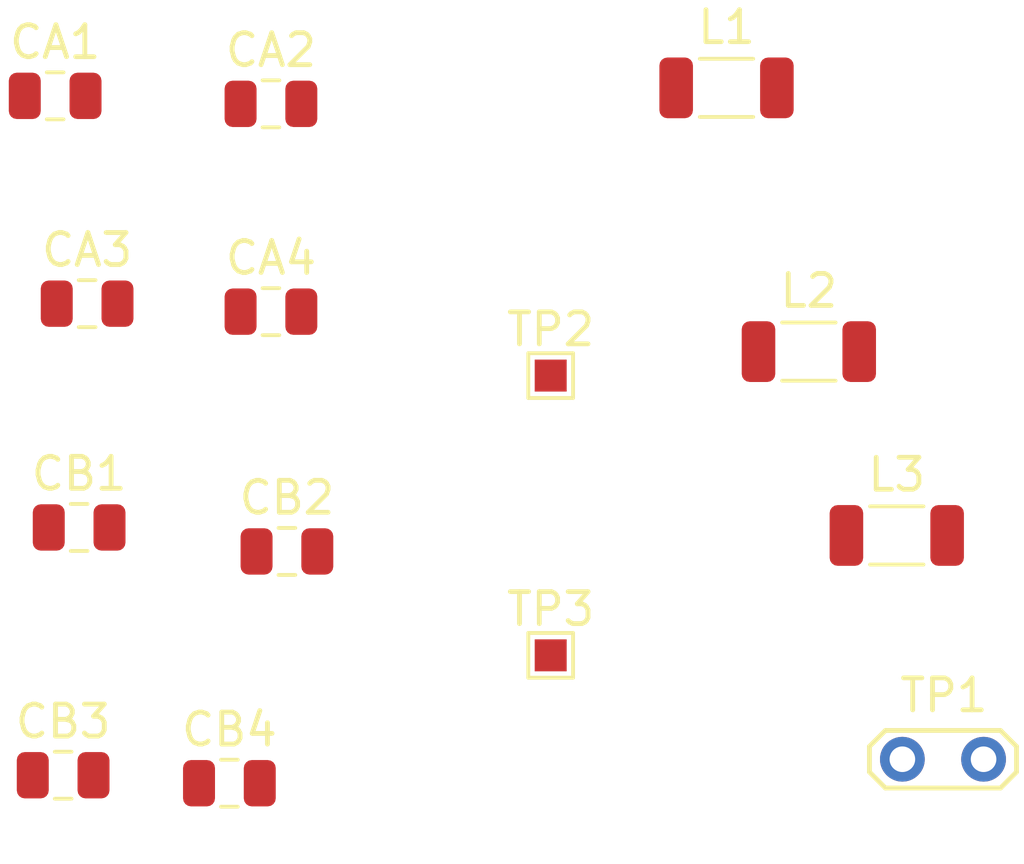
<source format=kicad_pcb>
(kicad_pcb (version 20241229) (generator "pcbnew") (generator_version "9.0")
  (layers (0 "F.Cu" signal) (2 "B.Cu" signal) (13 "F.Paste" user) (15 "B.Paste" user) (5 "F.SilkS" user "F.Silkscreen") (7 "B.SilkS" user "B.Silkscreen") (1 "F.Mask" user) (3 "B.Mask" user) (25 "Edge.Cuts" user))
  (net 0 "")
  (net 1 "RF_IN")
  (net 2 "GND")
  (net 3 "Net-(CA2-Pad1)")
  (net 4 "/N3")
  (net 5 "RF_OUT")
  (footprint "TestPoint:TestPoint_Pad_1.0x1.0mm" (layer "F.Cu") (at 98 97.5)
    (property "Reference" "TP3" (at 0 -1.448 0) (layer "F.SilkS"))
    (property "Value" "TP_GOUT")
    (fp_line (start -0.7 -0.7) (end 0.7 -0.7) (stroke (width 0.12)) (layer "F.SilkS"))
    (fp_line (start -0.7 0.7) (end -0.7 -0.7) (stroke (width 0.12)) (layer "F.SilkS"))
    (fp_line (start 0.7 -0.7) (end 0.7 0.7) (stroke (width 0.12)) (layer "F.SilkS"))
    (fp_line (start 0.7 0.7) (end -0.7 0.7) (stroke (width 0.12)) (layer "F.SilkS"))
    (pad "1" smd rect (at 0 0) (size 1 1) (layers "F.Cu" "F.Mask") (net 2 "GND"))
  )
  (footprint "Capacitor_SMD:C_0805_2012Metric" (layer "F.Cu") (at 83.25 93.5)
    (property "Reference" "CB1" (at 0 -1.68 0) (layer "F.SilkS"))
    (property "Value" "C")
    (fp_line (start -0.261252 -0.735) (end 0.261252 -0.735) (stroke (width 0.12)) (layer "F.SilkS"))
    (fp_line (start -0.261252 0.735) (end 0.261252 0.735) (stroke (width 0.12)) (layer "F.SilkS"))
    (pad "1" smd roundrect (at -0.95 0) (size 1 1.45) (layers "F.Cu" "F.Mask" "F.Paste") (net 1 "RF_IN"))
    (pad "2" smd roundrect (at 0.95 0) (size 1 1.45) (layers "F.Cu" "F.Mask" "F.Paste") (net 2 "GND"))
  )
  (footprint "Capacitor_SMD:C_0805_2012Metric" (layer "F.Cu") (at 89.25 80.25)
    (property "Reference" "CA2" (at 0 -1.68 0) (layer "F.SilkS"))
    (property "Value" "C")
    (fp_line (start -0.261252 -0.735) (end 0.261252 -0.735) (stroke (width 0.12)) (layer "F.SilkS"))
    (fp_line (start -0.261252 0.735) (end 0.261252 0.735) (stroke (width 0.12)) (layer "F.SilkS"))
    (pad "1" smd roundrect (at -0.95 0) (size 1 1.45) (layers "F.Cu" "F.Mask" "F.Paste") (net 3 "Net-(CA2-Pad1)"))
    (pad "2" smd roundrect (at 0.95 0) (size 1 1.45) (layers "F.Cu" "F.Mask" "F.Paste") (net 2 "GND"))
  )
  (footprint "Capacitor_SMD:C_0805_2012Metric" (layer "F.Cu") (at 83.5 86.5)
    (property "Reference" "CA3" (at 0 -1.68 0) (layer "F.SilkS"))
    (property "Value" "C")
    (fp_line (start -0.261252 -0.735) (end 0.261252 -0.735) (stroke (width 0.12)) (layer "F.SilkS"))
    (fp_line (start -0.261252 0.735) (end 0.261252 0.735) (stroke (width 0.12)) (layer "F.SilkS"))
    (pad "1" smd roundrect (at -0.95 0) (size 1 1.45) (layers "F.Cu" "F.Mask" "F.Paste") (net 4 "/N3"))
    (pad "2" smd roundrect (at 0.95 0) (size 1 1.45) (layers "F.Cu" "F.Mask" "F.Paste") (net 2 "GND"))
  )
  (footprint "Inductor_SMD:L_1206_3216Metric" (layer "F.Cu") (at 108.825 93.75)
    (property "Reference" "L3" (at 0 -1.9 0) (layer "F.SilkS"))
    (property "Value" "L")
    (fp_line (start -0.835242 -0.91) (end 0.835242 -0.91) (stroke (width 0.12)) (layer "F.SilkS"))
    (fp_line (start -0.835242 0.91) (end 0.835242 0.91) (stroke (width 0.12)) (layer "F.SilkS"))
    (pad "1" smd roundrect (at -1.575 0) (size 1.05 1.9) (layers "F.Cu" "F.Mask" "F.Paste") (roundrect_rratio 0.238095) (net 4 "/N3"))
    (pad "2" smd roundrect (at 1.575 0) (size 1.05 1.9) (layers "F.Cu" "F.Mask" "F.Paste") (roundrect_rratio 0.238095) (net 5 "RF_OUT"))
  )
  (footprint "TestPoint:TestPoint_Pad_1.0x1.0mm" (layer "F.Cu") (at 98 88.75)
    (property "Reference" "TP2" (at 0 -1.448 0) (layer "F.SilkS"))
    (property "Value" "TP_GIN")
    (fp_line (start -0.7 -0.7) (end 0.7 -0.7) (stroke (width 0.12)) (layer "F.SilkS"))
    (fp_line (start -0.7 0.7) (end -0.7 -0.7) (stroke (width 0.12)) (layer "F.SilkS"))
    (fp_line (start 0.7 -0.7) (end 0.7 0.7) (stroke (width 0.12)) (layer "F.SilkS"))
    (fp_line (start 0.7 0.7) (end -0.7 0.7) (stroke (width 0.12)) (layer "F.SilkS"))
    (pad "1" smd rect (at 0 0) (size 1 1) (layers "F.Cu" "F.Mask") (net 2 "GND"))
  )
  (footprint "Inductor_SMD:L_1206_3216Metric" (layer "F.Cu") (at 106.075 88)
    (property "Reference" "L2" (at 0 -1.9 0) (layer "F.SilkS"))
    (property "Value" "L")
    (fp_line (start -0.835242 -0.91) (end 0.835242 -0.91) (stroke (width 0.12)) (layer "F.SilkS"))
    (fp_line (start -0.835242 0.91) (end 0.835242 0.91) (stroke (width 0.12)) (layer "F.SilkS"))
    (pad "1" smd roundrect (at -1.575 0) (size 1.05 1.9) (layers "F.Cu" "F.Mask" "F.Paste") (roundrect_rratio 0.238095) (net 3 "Net-(CA2-Pad1)"))
    (pad "2" smd roundrect (at 1.575 0) (size 1.05 1.9) (layers "F.Cu" "F.Mask" "F.Paste") (roundrect_rratio 0.238095) (net 4 "/N3"))
  )
  (footprint "Capacitor_SMD:C_0805_2012Metric" (layer "F.Cu") (at 89.25 86.75)
    (property "Reference" "CA4" (at 0 -1.68 0) (layer "F.SilkS"))
    (property "Value" "C")
    (fp_line (start -0.261252 -0.735) (end 0.261252 -0.735) (stroke (width 0.12)) (layer "F.SilkS"))
    (fp_line (start -0.261252 0.735) (end 0.261252 0.735) (stroke (width 0.12)) (layer "F.SilkS"))
    (pad "1" smd roundrect (at -0.95 0) (size 1 1.45) (layers "F.Cu" "F.Mask" "F.Paste") (net 5 "RF_OUT"))
    (pad "2" smd roundrect (at 0.95 0) (size 1 1.45) (layers "F.Cu" "F.Mask" "F.Paste") (net 2 "GND"))
  )
  (footprint "Capacitor_SMD:C_0805_2012Metric" (layer "F.Cu") (at 82.5 80)
    (property "Reference" "CA1" (at 0 -1.68 0) (layer "F.SilkS"))
    (property "Value" "C")
    (fp_line (start -0.261252 -0.735) (end 0.261252 -0.735) (stroke (width 0.12)) (layer "F.SilkS"))
    (fp_line (start -0.261252 0.735) (end 0.261252 0.735) (stroke (width 0.12)) (layer "F.SilkS"))
    (pad "1" smd roundrect (at -0.95 0) (size 1 1.45) (layers "F.Cu" "F.Mask" "F.Paste") (net 1 "RF_IN"))
    (pad "2" smd roundrect (at 0.95 0) (size 1 1.45) (layers "F.Cu" "F.Mask" "F.Paste") (net 2 "GND"))
  )
  (footprint "TestPoint:TestPoint_2Pads_Pitch2.54mm_Drill0.8mm" (layer "F.Cu") (at 109 100.75)
    (property "Reference" "TP1" (at 1.3 -2 0) (layer "F.SilkS"))
    (property "Value" "TP_N2")
    (fp_line (start -1.03 -0.4) (end -0.53 -0.9) (stroke (width 0.15)) (layer "F.SilkS"))
    (fp_line (start -1.03 0.4) (end -1.03 -0.4) (stroke (width 0.15)) (layer "F.SilkS"))
    (fp_line (start -0.53 -0.9) (end 3.07 -0.9) (stroke (width 0.15)) (layer "F.SilkS"))
    (fp_line (start -0.53 0.9) (end -1.03 0.4) (stroke (width 0.15)) (layer "F.SilkS"))
    (fp_line (start 3.07 -0.9) (end 3.57 -0.4) (stroke (width 0.15)) (layer "F.SilkS"))
    (fp_line (start 3.07 0.9) (end -0.53 0.9) (stroke (width 0.15)) (layer "F.SilkS"))
    (fp_line (start 3.57 -0.4) (end 3.57 0.4) (stroke (width 0.15)) (layer "F.SilkS"))
    (fp_line (start 3.57 0.4) (end 3.07 0.9) (stroke (width 0.15)) (layer "F.SilkS"))
    (pad "1" thru_hole circle (at 0 0) (size 1.4 1.4) (drill 0.8) (layers "*.Cu" "*.Mask") (net 3 "Net-(CA2-Pad1)"))
    (pad "2" thru_hole circle (at 2.54 0) (size 1.4 1.4) (drill 0.8) (layers "*.Cu" "*.Mask") (net 2 "GND"))
  )
  (footprint "Capacitor_SMD:C_0805_2012Metric" (layer "F.Cu") (at 82.75 101.25)
    (property "Reference" "CB3" (at 0 -1.68 0) (layer "F.SilkS"))
    (property "Value" "C")
    (fp_line (start -0.261252 -0.735) (end 0.261252 -0.735) (stroke (width 0.12)) (layer "F.SilkS"))
    (fp_line (start -0.261252 0.735) (end 0.261252 0.735) (stroke (width 0.12)) (layer "F.SilkS"))
    (pad "1" smd roundrect (at -0.95 0) (size 1 1.45) (layers "F.Cu" "F.Mask" "F.Paste") (net 4 "/N3"))
    (pad "2" smd roundrect (at 0.95 0) (size 1 1.45) (layers "F.Cu" "F.Mask" "F.Paste") (net 2 "GND"))
  )
  (footprint "Capacitor_SMD:C_0805_2012Metric" (layer "F.Cu") (at 89.75 94.25)
    (property "Reference" "CB2" (at 0 -1.68 0) (layer "F.SilkS"))
    (property "Value" "C")
    (fp_line (start -0.261252 -0.735) (end 0.261252 -0.735) (stroke (width 0.12)) (layer "F.SilkS"))
    (fp_line (start -0.261252 0.735) (end 0.261252 0.735) (stroke (width 0.12)) (layer "F.SilkS"))
    (pad "1" smd roundrect (at -0.95 0) (size 1 1.45) (layers "F.Cu" "F.Mask" "F.Paste") (net 3 "Net-(CA2-Pad1)"))
    (pad "2" smd roundrect (at 0.95 0) (size 1 1.45) (layers "F.Cu" "F.Mask" "F.Paste") (net 2 "GND"))
  )
  (footprint "Inductor_SMD:L_1206_3216Metric" (layer "F.Cu") (at 103.5 79.75)
    (property "Reference" "L1" (at 0 -1.9 0) (layer "F.SilkS"))
    (property "Value" "L")
    (fp_line (start -0.835242 -0.91) (end 0.835242 -0.91) (stroke (width 0.12)) (layer "F.SilkS"))
    (fp_line (start -0.835242 0.91) (end 0.835242 0.91) (stroke (width 0.12)) (layer "F.SilkS"))
    (pad "1" smd roundrect (at -1.575 0) (size 1.05 1.9) (layers "F.Cu" "F.Mask" "F.Paste") (roundrect_rratio 0.238095) (net 1 "RF_IN"))
    (pad "2" smd roundrect (at 1.575 0) (size 1.05 1.9) (layers "F.Cu" "F.Mask" "F.Paste") (roundrect_rratio 0.238095) (net 3 "Net-(CA2-Pad1)"))
  )
  (footprint "Capacitor_SMD:C_0805_2012Metric" (layer "F.Cu") (at 87.95 101.5)
    (property "Reference" "CB4" (at 0 -1.68 0) (layer "F.SilkS"))
    (property "Value" "C")
    (fp_line (start -0.261252 -0.735) (end 0.261252 -0.735) (stroke (width 0.12)) (layer "F.SilkS"))
    (fp_line (start -0.261252 0.735) (end 0.261252 0.735) (stroke (width 0.12)) (layer "F.SilkS"))
    (pad "1" smd roundrect (at -0.95 0) (size 1 1.45) (layers "F.Cu" "F.Mask" "F.Paste") (net 5 "RF_OUT"))
    (pad "2" smd roundrect (at 0.95 0) (size 1 1.45) (layers "F.Cu" "F.Mask" "F.Paste") (net 2 "GND"))
  )
)
</source>
